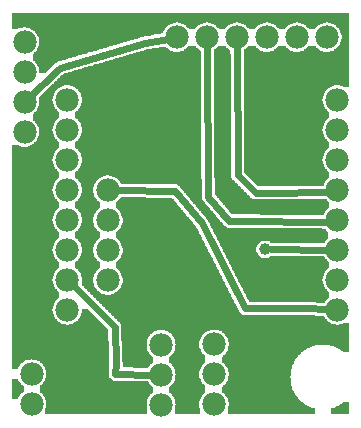
<source format=gbl>
G04 MADE WITH FRITZING*
G04 WWW.FRITZING.ORG*
G04 DOUBLE SIDED*
G04 HOLES PLATED*
G04 CONTOUR ON CENTER OF CONTOUR VECTOR*
%ASAXBY*%
%FSLAX23Y23*%
%MOIN*%
%OFA0B0*%
%SFA1.0B1.0*%
%ADD10C,0.075000*%
%ADD11C,0.078000*%
%ADD12C,0.077778*%
%ADD13C,0.039370*%
%ADD14C,0.024000*%
%LNCOPPER0*%
G90*
G70*
G54D10*
X183Y1285D03*
X390Y1168D03*
G54D11*
X1094Y1298D03*
X994Y1298D03*
X894Y1298D03*
X794Y1298D03*
X694Y1298D03*
X594Y1298D03*
X364Y488D03*
X364Y588D03*
X364Y688D03*
X364Y788D03*
X110Y75D03*
X110Y175D03*
X718Y74D03*
X718Y174D03*
X718Y274D03*
X86Y982D03*
X86Y1082D03*
X86Y1182D03*
X86Y1282D03*
X541Y73D03*
X541Y173D03*
X541Y273D03*
G54D12*
X1129Y1089D03*
X1129Y989D03*
X1129Y889D03*
X1129Y789D03*
X1129Y689D03*
X1129Y589D03*
X1129Y489D03*
X1129Y389D03*
X229Y389D03*
X229Y489D03*
X229Y589D03*
X229Y689D03*
X229Y789D03*
X229Y889D03*
X229Y989D03*
X229Y1089D03*
X1129Y1089D03*
X1129Y989D03*
X1129Y889D03*
X1129Y789D03*
X1129Y689D03*
X1129Y589D03*
X1129Y489D03*
X1129Y389D03*
X229Y389D03*
X229Y489D03*
X229Y589D03*
X229Y689D03*
X229Y789D03*
X229Y889D03*
X229Y989D03*
X229Y1089D03*
G54D13*
X888Y591D03*
G54D14*
X387Y332D02*
X250Y468D01*
D02*
X390Y211D02*
X387Y332D01*
D02*
X389Y175D02*
X390Y211D01*
D02*
X511Y173D02*
X389Y175D01*
D02*
X821Y394D02*
X678Y677D01*
D02*
X678Y677D02*
X587Y785D01*
D02*
X1018Y394D02*
X821Y394D01*
D02*
X587Y785D02*
X394Y787D01*
D02*
X1100Y390D02*
X1018Y394D01*
D02*
X699Y766D02*
X768Y685D01*
D02*
X768Y685D02*
X1123Y682D01*
D02*
X694Y1267D02*
X699Y766D01*
D02*
X1123Y682D02*
X1110Y667D01*
D02*
X797Y837D02*
X856Y778D01*
D02*
X856Y778D02*
X1130Y782D01*
D02*
X794Y1267D02*
X797Y837D01*
D02*
X1130Y782D02*
X1132Y760D01*
D02*
X487Y1278D02*
X204Y1195D01*
D02*
X204Y1195D02*
X91Y1087D01*
D02*
X564Y1292D02*
X487Y1278D01*
D02*
X91Y1087D02*
X106Y1104D01*
D02*
X907Y590D02*
X1100Y589D01*
G36*
X733Y1269D02*
X733Y1267D01*
X731Y1267D01*
X731Y1265D01*
X729Y1265D01*
X729Y1263D01*
X727Y1263D01*
X727Y1261D01*
X725Y1261D01*
X725Y1259D01*
X723Y1259D01*
X723Y1257D01*
X719Y1257D01*
X719Y1255D01*
X717Y1255D01*
X717Y1043D01*
X719Y1043D01*
X719Y827D01*
X721Y827D01*
X721Y773D01*
X723Y773D01*
X723Y771D01*
X725Y771D01*
X725Y767D01*
X727Y767D01*
X727Y765D01*
X729Y765D01*
X729Y763D01*
X731Y763D01*
X731Y761D01*
X733Y761D01*
X733Y759D01*
X735Y759D01*
X735Y757D01*
X847Y757D01*
X847Y759D01*
X843Y759D01*
X843Y761D01*
X841Y761D01*
X841Y763D01*
X839Y763D01*
X839Y765D01*
X837Y765D01*
X837Y767D01*
X835Y767D01*
X835Y769D01*
X833Y769D01*
X833Y771D01*
X831Y771D01*
X831Y773D01*
X829Y773D01*
X829Y775D01*
X827Y775D01*
X827Y777D01*
X825Y777D01*
X825Y779D01*
X823Y779D01*
X823Y781D01*
X821Y781D01*
X821Y783D01*
X819Y783D01*
X819Y785D01*
X817Y785D01*
X817Y787D01*
X815Y787D01*
X815Y789D01*
X813Y789D01*
X813Y791D01*
X811Y791D01*
X811Y793D01*
X809Y793D01*
X809Y795D01*
X807Y795D01*
X807Y797D01*
X805Y797D01*
X805Y799D01*
X803Y799D01*
X803Y801D01*
X801Y801D01*
X801Y803D01*
X799Y803D01*
X799Y805D01*
X797Y805D01*
X797Y807D01*
X795Y807D01*
X795Y809D01*
X793Y809D01*
X793Y811D01*
X791Y811D01*
X791Y813D01*
X789Y813D01*
X789Y815D01*
X787Y815D01*
X787Y817D01*
X785Y817D01*
X785Y819D01*
X783Y819D01*
X783Y821D01*
X781Y821D01*
X781Y823D01*
X779Y823D01*
X779Y825D01*
X777Y825D01*
X777Y829D01*
X775Y829D01*
X775Y949D01*
X773Y949D01*
X773Y1243D01*
X771Y1243D01*
X771Y1255D01*
X767Y1255D01*
X767Y1257D01*
X765Y1257D01*
X765Y1259D01*
X763Y1259D01*
X763Y1261D01*
X759Y1261D01*
X759Y1263D01*
X757Y1263D01*
X757Y1267D01*
X755Y1267D01*
X755Y1269D01*
X733Y1269D01*
G37*
D02*
G36*
X1011Y759D02*
X1011Y757D01*
X1091Y757D01*
X1091Y759D01*
X1011Y759D01*
G37*
D02*
G36*
X735Y757D02*
X735Y755D01*
X1093Y755D01*
X1093Y757D01*
X735Y757D01*
G37*
D02*
G36*
X735Y757D02*
X735Y755D01*
X1093Y755D01*
X1093Y757D01*
X735Y757D01*
G37*
D02*
G36*
X737Y755D02*
X737Y753D01*
X739Y753D01*
X739Y751D01*
X741Y751D01*
X741Y749D01*
X743Y749D01*
X743Y747D01*
X745Y747D01*
X745Y745D01*
X747Y745D01*
X747Y741D01*
X749Y741D01*
X749Y739D01*
X751Y739D01*
X751Y737D01*
X753Y737D01*
X753Y735D01*
X755Y735D01*
X755Y733D01*
X757Y733D01*
X757Y731D01*
X759Y731D01*
X759Y727D01*
X761Y727D01*
X761Y725D01*
X763Y725D01*
X763Y723D01*
X765Y723D01*
X765Y721D01*
X767Y721D01*
X767Y719D01*
X769Y719D01*
X769Y715D01*
X771Y715D01*
X771Y713D01*
X773Y713D01*
X773Y711D01*
X775Y711D01*
X775Y709D01*
X777Y709D01*
X777Y707D01*
X871Y707D01*
X871Y705D01*
X1083Y705D01*
X1083Y709D01*
X1085Y709D01*
X1085Y713D01*
X1087Y713D01*
X1087Y715D01*
X1089Y715D01*
X1089Y719D01*
X1091Y719D01*
X1091Y721D01*
X1093Y721D01*
X1093Y723D01*
X1095Y723D01*
X1095Y725D01*
X1097Y725D01*
X1097Y727D01*
X1099Y727D01*
X1099Y729D01*
X1101Y729D01*
X1101Y749D01*
X1099Y749D01*
X1099Y751D01*
X1097Y751D01*
X1097Y753D01*
X1095Y753D01*
X1095Y755D01*
X737Y755D01*
G37*
D02*
G36*
X45Y1377D02*
X45Y1347D01*
X1097Y1347D01*
X1097Y1345D01*
X1107Y1345D01*
X1107Y1343D01*
X1113Y1343D01*
X1113Y1341D01*
X1117Y1341D01*
X1117Y1339D01*
X1121Y1339D01*
X1121Y1337D01*
X1123Y1337D01*
X1123Y1335D01*
X1125Y1335D01*
X1125Y1333D01*
X1129Y1333D01*
X1129Y1329D01*
X1131Y1329D01*
X1131Y1327D01*
X1133Y1327D01*
X1133Y1325D01*
X1135Y1325D01*
X1135Y1321D01*
X1137Y1321D01*
X1137Y1317D01*
X1139Y1317D01*
X1139Y1313D01*
X1141Y1313D01*
X1141Y1305D01*
X1143Y1305D01*
X1143Y1291D01*
X1141Y1291D01*
X1141Y1283D01*
X1139Y1283D01*
X1139Y1277D01*
X1137Y1277D01*
X1137Y1273D01*
X1135Y1273D01*
X1135Y1269D01*
X1133Y1269D01*
X1133Y1267D01*
X1131Y1267D01*
X1131Y1265D01*
X1129Y1265D01*
X1129Y1263D01*
X1127Y1263D01*
X1127Y1261D01*
X1125Y1261D01*
X1125Y1259D01*
X1123Y1259D01*
X1123Y1257D01*
X1119Y1257D01*
X1119Y1255D01*
X1117Y1255D01*
X1117Y1253D01*
X1113Y1253D01*
X1113Y1251D01*
X1105Y1251D01*
X1105Y1249D01*
X1169Y1249D01*
X1169Y1377D01*
X45Y1377D01*
G37*
D02*
G36*
X45Y1347D02*
X45Y1331D01*
X91Y1331D01*
X91Y1329D01*
X99Y1329D01*
X99Y1327D01*
X105Y1327D01*
X105Y1325D01*
X109Y1325D01*
X109Y1323D01*
X113Y1323D01*
X113Y1321D01*
X115Y1321D01*
X115Y1319D01*
X117Y1319D01*
X117Y1317D01*
X121Y1317D01*
X121Y1313D01*
X123Y1313D01*
X123Y1311D01*
X125Y1311D01*
X125Y1309D01*
X127Y1309D01*
X127Y1305D01*
X129Y1305D01*
X129Y1301D01*
X131Y1301D01*
X131Y1297D01*
X133Y1297D01*
X133Y1289D01*
X135Y1289D01*
X135Y1273D01*
X133Y1273D01*
X133Y1267D01*
X131Y1267D01*
X131Y1261D01*
X129Y1261D01*
X129Y1257D01*
X127Y1257D01*
X127Y1253D01*
X125Y1253D01*
X125Y1251D01*
X123Y1251D01*
X123Y1249D01*
X121Y1249D01*
X121Y1247D01*
X119Y1247D01*
X119Y1245D01*
X117Y1245D01*
X117Y1243D01*
X115Y1243D01*
X115Y1241D01*
X113Y1241D01*
X113Y1221D01*
X115Y1221D01*
X115Y1219D01*
X117Y1219D01*
X117Y1217D01*
X121Y1217D01*
X121Y1213D01*
X123Y1213D01*
X123Y1211D01*
X125Y1211D01*
X125Y1209D01*
X127Y1209D01*
X127Y1205D01*
X129Y1205D01*
X129Y1201D01*
X131Y1201D01*
X131Y1197D01*
X133Y1197D01*
X133Y1189D01*
X135Y1189D01*
X135Y1177D01*
X155Y1177D01*
X155Y1179D01*
X157Y1179D01*
X157Y1181D01*
X159Y1181D01*
X159Y1183D01*
X161Y1183D01*
X161Y1185D01*
X163Y1185D01*
X163Y1187D01*
X165Y1187D01*
X165Y1189D01*
X167Y1189D01*
X167Y1191D01*
X169Y1191D01*
X169Y1193D01*
X171Y1193D01*
X171Y1195D01*
X173Y1195D01*
X173Y1197D01*
X175Y1197D01*
X175Y1199D01*
X177Y1199D01*
X177Y1201D01*
X179Y1201D01*
X179Y1203D01*
X181Y1203D01*
X181Y1205D01*
X183Y1205D01*
X183Y1207D01*
X185Y1207D01*
X185Y1209D01*
X187Y1209D01*
X187Y1211D01*
X191Y1211D01*
X191Y1213D01*
X193Y1213D01*
X193Y1215D01*
X197Y1215D01*
X197Y1217D01*
X205Y1217D01*
X205Y1219D01*
X211Y1219D01*
X211Y1221D01*
X217Y1221D01*
X217Y1223D01*
X225Y1223D01*
X225Y1225D01*
X231Y1225D01*
X231Y1227D01*
X239Y1227D01*
X239Y1229D01*
X245Y1229D01*
X245Y1231D01*
X251Y1231D01*
X251Y1233D01*
X259Y1233D01*
X259Y1235D01*
X265Y1235D01*
X265Y1237D01*
X273Y1237D01*
X273Y1239D01*
X279Y1239D01*
X279Y1241D01*
X287Y1241D01*
X287Y1243D01*
X293Y1243D01*
X293Y1245D01*
X299Y1245D01*
X299Y1247D01*
X307Y1247D01*
X307Y1249D01*
X313Y1249D01*
X313Y1251D01*
X321Y1251D01*
X321Y1253D01*
X327Y1253D01*
X327Y1255D01*
X333Y1255D01*
X333Y1257D01*
X341Y1257D01*
X341Y1259D01*
X347Y1259D01*
X347Y1261D01*
X355Y1261D01*
X355Y1263D01*
X361Y1263D01*
X361Y1265D01*
X369Y1265D01*
X369Y1267D01*
X375Y1267D01*
X375Y1269D01*
X381Y1269D01*
X381Y1271D01*
X389Y1271D01*
X389Y1273D01*
X395Y1273D01*
X395Y1275D01*
X403Y1275D01*
X403Y1277D01*
X409Y1277D01*
X409Y1279D01*
X415Y1279D01*
X415Y1281D01*
X423Y1281D01*
X423Y1283D01*
X429Y1283D01*
X429Y1285D01*
X437Y1285D01*
X437Y1287D01*
X443Y1287D01*
X443Y1289D01*
X451Y1289D01*
X451Y1291D01*
X457Y1291D01*
X457Y1293D01*
X463Y1293D01*
X463Y1295D01*
X471Y1295D01*
X471Y1297D01*
X477Y1297D01*
X477Y1299D01*
X485Y1299D01*
X485Y1301D01*
X497Y1301D01*
X497Y1303D01*
X507Y1303D01*
X507Y1305D01*
X519Y1305D01*
X519Y1307D01*
X529Y1307D01*
X529Y1309D01*
X541Y1309D01*
X541Y1311D01*
X547Y1311D01*
X547Y1315D01*
X549Y1315D01*
X549Y1319D01*
X551Y1319D01*
X551Y1323D01*
X553Y1323D01*
X553Y1325D01*
X555Y1325D01*
X555Y1329D01*
X557Y1329D01*
X557Y1331D01*
X559Y1331D01*
X559Y1333D01*
X561Y1333D01*
X561Y1335D01*
X565Y1335D01*
X565Y1337D01*
X567Y1337D01*
X567Y1339D01*
X571Y1339D01*
X571Y1341D01*
X573Y1341D01*
X573Y1343D01*
X581Y1343D01*
X581Y1345D01*
X591Y1345D01*
X591Y1347D01*
X45Y1347D01*
G37*
D02*
G36*
X597Y1347D02*
X597Y1345D01*
X607Y1345D01*
X607Y1343D01*
X613Y1343D01*
X613Y1341D01*
X617Y1341D01*
X617Y1339D01*
X621Y1339D01*
X621Y1337D01*
X623Y1337D01*
X623Y1335D01*
X625Y1335D01*
X625Y1333D01*
X629Y1333D01*
X629Y1329D01*
X631Y1329D01*
X631Y1327D01*
X633Y1327D01*
X633Y1325D01*
X655Y1325D01*
X655Y1329D01*
X657Y1329D01*
X657Y1331D01*
X659Y1331D01*
X659Y1333D01*
X661Y1333D01*
X661Y1335D01*
X665Y1335D01*
X665Y1337D01*
X667Y1337D01*
X667Y1339D01*
X671Y1339D01*
X671Y1341D01*
X673Y1341D01*
X673Y1343D01*
X681Y1343D01*
X681Y1345D01*
X691Y1345D01*
X691Y1347D01*
X597Y1347D01*
G37*
D02*
G36*
X697Y1347D02*
X697Y1345D01*
X707Y1345D01*
X707Y1343D01*
X713Y1343D01*
X713Y1341D01*
X717Y1341D01*
X717Y1339D01*
X721Y1339D01*
X721Y1337D01*
X723Y1337D01*
X723Y1335D01*
X725Y1335D01*
X725Y1333D01*
X729Y1333D01*
X729Y1329D01*
X731Y1329D01*
X731Y1327D01*
X733Y1327D01*
X733Y1325D01*
X755Y1325D01*
X755Y1329D01*
X757Y1329D01*
X757Y1331D01*
X759Y1331D01*
X759Y1333D01*
X761Y1333D01*
X761Y1335D01*
X765Y1335D01*
X765Y1337D01*
X767Y1337D01*
X767Y1339D01*
X771Y1339D01*
X771Y1341D01*
X773Y1341D01*
X773Y1343D01*
X781Y1343D01*
X781Y1345D01*
X791Y1345D01*
X791Y1347D01*
X697Y1347D01*
G37*
D02*
G36*
X797Y1347D02*
X797Y1345D01*
X807Y1345D01*
X807Y1343D01*
X813Y1343D01*
X813Y1341D01*
X817Y1341D01*
X817Y1339D01*
X821Y1339D01*
X821Y1337D01*
X823Y1337D01*
X823Y1335D01*
X825Y1335D01*
X825Y1333D01*
X829Y1333D01*
X829Y1329D01*
X831Y1329D01*
X831Y1327D01*
X833Y1327D01*
X833Y1325D01*
X855Y1325D01*
X855Y1329D01*
X857Y1329D01*
X857Y1331D01*
X859Y1331D01*
X859Y1333D01*
X861Y1333D01*
X861Y1335D01*
X865Y1335D01*
X865Y1337D01*
X867Y1337D01*
X867Y1339D01*
X871Y1339D01*
X871Y1341D01*
X873Y1341D01*
X873Y1343D01*
X881Y1343D01*
X881Y1345D01*
X891Y1345D01*
X891Y1347D01*
X797Y1347D01*
G37*
D02*
G36*
X897Y1347D02*
X897Y1345D01*
X907Y1345D01*
X907Y1343D01*
X913Y1343D01*
X913Y1341D01*
X917Y1341D01*
X917Y1339D01*
X921Y1339D01*
X921Y1337D01*
X923Y1337D01*
X923Y1335D01*
X925Y1335D01*
X925Y1333D01*
X929Y1333D01*
X929Y1329D01*
X931Y1329D01*
X931Y1327D01*
X933Y1327D01*
X933Y1325D01*
X955Y1325D01*
X955Y1329D01*
X957Y1329D01*
X957Y1331D01*
X959Y1331D01*
X959Y1333D01*
X961Y1333D01*
X961Y1335D01*
X965Y1335D01*
X965Y1337D01*
X967Y1337D01*
X967Y1339D01*
X971Y1339D01*
X971Y1341D01*
X973Y1341D01*
X973Y1343D01*
X981Y1343D01*
X981Y1345D01*
X991Y1345D01*
X991Y1347D01*
X897Y1347D01*
G37*
D02*
G36*
X997Y1347D02*
X997Y1345D01*
X1007Y1345D01*
X1007Y1343D01*
X1013Y1343D01*
X1013Y1341D01*
X1017Y1341D01*
X1017Y1339D01*
X1021Y1339D01*
X1021Y1337D01*
X1023Y1337D01*
X1023Y1335D01*
X1025Y1335D01*
X1025Y1333D01*
X1029Y1333D01*
X1029Y1329D01*
X1031Y1329D01*
X1031Y1327D01*
X1033Y1327D01*
X1033Y1325D01*
X1055Y1325D01*
X1055Y1329D01*
X1057Y1329D01*
X1057Y1331D01*
X1059Y1331D01*
X1059Y1333D01*
X1061Y1333D01*
X1061Y1335D01*
X1065Y1335D01*
X1065Y1337D01*
X1067Y1337D01*
X1067Y1339D01*
X1071Y1339D01*
X1071Y1341D01*
X1073Y1341D01*
X1073Y1343D01*
X1081Y1343D01*
X1081Y1345D01*
X1091Y1345D01*
X1091Y1347D01*
X997Y1347D01*
G37*
D02*
G36*
X45Y1331D02*
X45Y1325D01*
X65Y1325D01*
X65Y1327D01*
X71Y1327D01*
X71Y1329D01*
X81Y1329D01*
X81Y1331D01*
X45Y1331D01*
G37*
D02*
G36*
X833Y1269D02*
X833Y1267D01*
X831Y1267D01*
X831Y1265D01*
X829Y1265D01*
X829Y1263D01*
X827Y1263D01*
X827Y1261D01*
X825Y1261D01*
X825Y1259D01*
X823Y1259D01*
X823Y1257D01*
X819Y1257D01*
X819Y1255D01*
X817Y1255D01*
X817Y1249D01*
X881Y1249D01*
X881Y1251D01*
X875Y1251D01*
X875Y1253D01*
X871Y1253D01*
X871Y1255D01*
X867Y1255D01*
X867Y1257D01*
X865Y1257D01*
X865Y1259D01*
X863Y1259D01*
X863Y1261D01*
X859Y1261D01*
X859Y1263D01*
X857Y1263D01*
X857Y1267D01*
X855Y1267D01*
X855Y1269D01*
X833Y1269D01*
G37*
D02*
G36*
X933Y1269D02*
X933Y1267D01*
X931Y1267D01*
X931Y1265D01*
X929Y1265D01*
X929Y1263D01*
X927Y1263D01*
X927Y1261D01*
X925Y1261D01*
X925Y1259D01*
X923Y1259D01*
X923Y1257D01*
X919Y1257D01*
X919Y1255D01*
X917Y1255D01*
X917Y1253D01*
X913Y1253D01*
X913Y1251D01*
X905Y1251D01*
X905Y1249D01*
X981Y1249D01*
X981Y1251D01*
X975Y1251D01*
X975Y1253D01*
X971Y1253D01*
X971Y1255D01*
X967Y1255D01*
X967Y1257D01*
X965Y1257D01*
X965Y1259D01*
X963Y1259D01*
X963Y1261D01*
X959Y1261D01*
X959Y1263D01*
X957Y1263D01*
X957Y1267D01*
X955Y1267D01*
X955Y1269D01*
X933Y1269D01*
G37*
D02*
G36*
X1033Y1269D02*
X1033Y1267D01*
X1031Y1267D01*
X1031Y1265D01*
X1029Y1265D01*
X1029Y1263D01*
X1027Y1263D01*
X1027Y1261D01*
X1025Y1261D01*
X1025Y1259D01*
X1023Y1259D01*
X1023Y1257D01*
X1019Y1257D01*
X1019Y1255D01*
X1017Y1255D01*
X1017Y1253D01*
X1013Y1253D01*
X1013Y1251D01*
X1005Y1251D01*
X1005Y1249D01*
X1081Y1249D01*
X1081Y1251D01*
X1075Y1251D01*
X1075Y1253D01*
X1071Y1253D01*
X1071Y1255D01*
X1067Y1255D01*
X1067Y1257D01*
X1065Y1257D01*
X1065Y1259D01*
X1063Y1259D01*
X1063Y1261D01*
X1059Y1261D01*
X1059Y1263D01*
X1057Y1263D01*
X1057Y1267D01*
X1055Y1267D01*
X1055Y1269D01*
X1033Y1269D01*
G37*
D02*
G36*
X817Y1249D02*
X817Y1247D01*
X1169Y1247D01*
X1169Y1249D01*
X817Y1249D01*
G37*
D02*
G36*
X817Y1249D02*
X817Y1247D01*
X1169Y1247D01*
X1169Y1249D01*
X817Y1249D01*
G37*
D02*
G36*
X817Y1249D02*
X817Y1247D01*
X1169Y1247D01*
X1169Y1249D01*
X817Y1249D01*
G37*
D02*
G36*
X817Y1249D02*
X817Y1247D01*
X1169Y1247D01*
X1169Y1249D01*
X817Y1249D01*
G37*
D02*
G36*
X817Y1247D02*
X817Y1137D01*
X1139Y1137D01*
X1139Y1135D01*
X1147Y1135D01*
X1147Y1133D01*
X1169Y1133D01*
X1169Y1247D01*
X817Y1247D01*
G37*
D02*
G36*
X817Y1137D02*
X817Y951D01*
X819Y951D01*
X819Y845D01*
X821Y845D01*
X821Y843D01*
X823Y843D01*
X823Y841D01*
X825Y841D01*
X825Y839D01*
X827Y839D01*
X827Y837D01*
X829Y837D01*
X829Y835D01*
X831Y835D01*
X831Y833D01*
X833Y833D01*
X833Y831D01*
X835Y831D01*
X835Y829D01*
X837Y829D01*
X837Y827D01*
X839Y827D01*
X839Y825D01*
X841Y825D01*
X841Y823D01*
X843Y823D01*
X843Y821D01*
X845Y821D01*
X845Y819D01*
X847Y819D01*
X847Y817D01*
X849Y817D01*
X849Y815D01*
X851Y815D01*
X851Y813D01*
X853Y813D01*
X853Y811D01*
X855Y811D01*
X855Y809D01*
X857Y809D01*
X857Y807D01*
X859Y807D01*
X859Y805D01*
X861Y805D01*
X861Y803D01*
X863Y803D01*
X863Y801D01*
X1009Y801D01*
X1009Y803D01*
X1083Y803D01*
X1083Y809D01*
X1085Y809D01*
X1085Y813D01*
X1087Y813D01*
X1087Y815D01*
X1089Y815D01*
X1089Y819D01*
X1091Y819D01*
X1091Y821D01*
X1093Y821D01*
X1093Y823D01*
X1095Y823D01*
X1095Y825D01*
X1097Y825D01*
X1097Y827D01*
X1099Y827D01*
X1099Y829D01*
X1101Y829D01*
X1101Y849D01*
X1099Y849D01*
X1099Y851D01*
X1097Y851D01*
X1097Y853D01*
X1095Y853D01*
X1095Y855D01*
X1093Y855D01*
X1093Y857D01*
X1091Y857D01*
X1091Y859D01*
X1089Y859D01*
X1089Y861D01*
X1087Y861D01*
X1087Y865D01*
X1085Y865D01*
X1085Y869D01*
X1083Y869D01*
X1083Y875D01*
X1081Y875D01*
X1081Y885D01*
X1079Y885D01*
X1079Y893D01*
X1081Y893D01*
X1081Y903D01*
X1083Y903D01*
X1083Y909D01*
X1085Y909D01*
X1085Y913D01*
X1087Y913D01*
X1087Y915D01*
X1089Y915D01*
X1089Y919D01*
X1091Y919D01*
X1091Y921D01*
X1093Y921D01*
X1093Y923D01*
X1095Y923D01*
X1095Y925D01*
X1097Y925D01*
X1097Y927D01*
X1099Y927D01*
X1099Y929D01*
X1101Y929D01*
X1101Y949D01*
X1099Y949D01*
X1099Y951D01*
X1097Y951D01*
X1097Y953D01*
X1095Y953D01*
X1095Y955D01*
X1093Y955D01*
X1093Y957D01*
X1091Y957D01*
X1091Y959D01*
X1089Y959D01*
X1089Y961D01*
X1087Y961D01*
X1087Y965D01*
X1085Y965D01*
X1085Y969D01*
X1083Y969D01*
X1083Y975D01*
X1081Y975D01*
X1081Y985D01*
X1079Y985D01*
X1079Y993D01*
X1081Y993D01*
X1081Y1003D01*
X1083Y1003D01*
X1083Y1009D01*
X1085Y1009D01*
X1085Y1013D01*
X1087Y1013D01*
X1087Y1015D01*
X1089Y1015D01*
X1089Y1019D01*
X1091Y1019D01*
X1091Y1021D01*
X1093Y1021D01*
X1093Y1023D01*
X1095Y1023D01*
X1095Y1025D01*
X1097Y1025D01*
X1097Y1027D01*
X1099Y1027D01*
X1099Y1029D01*
X1101Y1029D01*
X1101Y1049D01*
X1099Y1049D01*
X1099Y1051D01*
X1097Y1051D01*
X1097Y1053D01*
X1095Y1053D01*
X1095Y1055D01*
X1093Y1055D01*
X1093Y1057D01*
X1091Y1057D01*
X1091Y1059D01*
X1089Y1059D01*
X1089Y1061D01*
X1087Y1061D01*
X1087Y1065D01*
X1085Y1065D01*
X1085Y1069D01*
X1083Y1069D01*
X1083Y1075D01*
X1081Y1075D01*
X1081Y1085D01*
X1079Y1085D01*
X1079Y1093D01*
X1081Y1093D01*
X1081Y1103D01*
X1083Y1103D01*
X1083Y1109D01*
X1085Y1109D01*
X1085Y1113D01*
X1087Y1113D01*
X1087Y1115D01*
X1089Y1115D01*
X1089Y1119D01*
X1091Y1119D01*
X1091Y1121D01*
X1093Y1121D01*
X1093Y1123D01*
X1095Y1123D01*
X1095Y1125D01*
X1097Y1125D01*
X1097Y1127D01*
X1099Y1127D01*
X1099Y1129D01*
X1103Y1129D01*
X1103Y1131D01*
X1107Y1131D01*
X1107Y1133D01*
X1111Y1133D01*
X1111Y1135D01*
X1117Y1135D01*
X1117Y1137D01*
X817Y1137D01*
G37*
D02*
G36*
X633Y1269D02*
X633Y1267D01*
X631Y1267D01*
X631Y1265D01*
X629Y1265D01*
X629Y1263D01*
X627Y1263D01*
X627Y1261D01*
X625Y1261D01*
X625Y1259D01*
X623Y1259D01*
X623Y1257D01*
X619Y1257D01*
X619Y1255D01*
X617Y1255D01*
X617Y1253D01*
X613Y1253D01*
X613Y1251D01*
X605Y1251D01*
X605Y1249D01*
X673Y1249D01*
X673Y1253D01*
X671Y1253D01*
X671Y1255D01*
X667Y1255D01*
X667Y1257D01*
X665Y1257D01*
X665Y1259D01*
X663Y1259D01*
X663Y1261D01*
X659Y1261D01*
X659Y1263D01*
X657Y1263D01*
X657Y1267D01*
X655Y1267D01*
X655Y1269D01*
X633Y1269D01*
G37*
D02*
G36*
X533Y1265D02*
X533Y1263D01*
X523Y1263D01*
X523Y1261D01*
X511Y1261D01*
X511Y1259D01*
X501Y1259D01*
X501Y1257D01*
X491Y1257D01*
X491Y1255D01*
X483Y1255D01*
X483Y1253D01*
X477Y1253D01*
X477Y1251D01*
X471Y1251D01*
X471Y1249D01*
X581Y1249D01*
X581Y1251D01*
X575Y1251D01*
X575Y1253D01*
X571Y1253D01*
X571Y1255D01*
X567Y1255D01*
X567Y1257D01*
X565Y1257D01*
X565Y1259D01*
X563Y1259D01*
X563Y1261D01*
X559Y1261D01*
X559Y1263D01*
X557Y1263D01*
X557Y1265D01*
X533Y1265D01*
G37*
D02*
G36*
X463Y1249D02*
X463Y1247D01*
X673Y1247D01*
X673Y1249D01*
X463Y1249D01*
G37*
D02*
G36*
X463Y1249D02*
X463Y1247D01*
X673Y1247D01*
X673Y1249D01*
X463Y1249D01*
G37*
D02*
G36*
X457Y1247D02*
X457Y1245D01*
X449Y1245D01*
X449Y1243D01*
X443Y1243D01*
X443Y1241D01*
X435Y1241D01*
X435Y1239D01*
X429Y1239D01*
X429Y1237D01*
X423Y1237D01*
X423Y1235D01*
X415Y1235D01*
X415Y1233D01*
X409Y1233D01*
X409Y1231D01*
X401Y1231D01*
X401Y1229D01*
X395Y1229D01*
X395Y1227D01*
X389Y1227D01*
X389Y1225D01*
X381Y1225D01*
X381Y1223D01*
X375Y1223D01*
X375Y1221D01*
X367Y1221D01*
X367Y1219D01*
X361Y1219D01*
X361Y1217D01*
X353Y1217D01*
X353Y1215D01*
X347Y1215D01*
X347Y1213D01*
X341Y1213D01*
X341Y1211D01*
X333Y1211D01*
X333Y1209D01*
X327Y1209D01*
X327Y1207D01*
X319Y1207D01*
X319Y1205D01*
X313Y1205D01*
X313Y1203D01*
X307Y1203D01*
X307Y1201D01*
X299Y1201D01*
X299Y1199D01*
X293Y1199D01*
X293Y1197D01*
X285Y1197D01*
X285Y1195D01*
X279Y1195D01*
X279Y1193D01*
X271Y1193D01*
X271Y1191D01*
X265Y1191D01*
X265Y1189D01*
X259Y1189D01*
X259Y1187D01*
X251Y1187D01*
X251Y1185D01*
X245Y1185D01*
X245Y1183D01*
X237Y1183D01*
X237Y1181D01*
X231Y1181D01*
X231Y1179D01*
X225Y1179D01*
X225Y1177D01*
X217Y1177D01*
X217Y1175D01*
X213Y1175D01*
X213Y1173D01*
X211Y1173D01*
X211Y1171D01*
X209Y1171D01*
X209Y1169D01*
X207Y1169D01*
X207Y1167D01*
X205Y1167D01*
X205Y1165D01*
X203Y1165D01*
X203Y1163D01*
X201Y1163D01*
X201Y1161D01*
X199Y1161D01*
X199Y1159D01*
X197Y1159D01*
X197Y1157D01*
X195Y1157D01*
X195Y1155D01*
X193Y1155D01*
X193Y1153D01*
X191Y1153D01*
X191Y1151D01*
X189Y1151D01*
X189Y1149D01*
X187Y1149D01*
X187Y1147D01*
X185Y1147D01*
X185Y1145D01*
X183Y1145D01*
X183Y1143D01*
X181Y1143D01*
X181Y1141D01*
X179Y1141D01*
X179Y1139D01*
X177Y1139D01*
X177Y1137D01*
X239Y1137D01*
X239Y1135D01*
X247Y1135D01*
X247Y1133D01*
X251Y1133D01*
X251Y1131D01*
X255Y1131D01*
X255Y1129D01*
X257Y1129D01*
X257Y1127D01*
X259Y1127D01*
X259Y1125D01*
X263Y1125D01*
X263Y1123D01*
X265Y1123D01*
X265Y1119D01*
X267Y1119D01*
X267Y1117D01*
X269Y1117D01*
X269Y1115D01*
X271Y1115D01*
X271Y1111D01*
X273Y1111D01*
X273Y1107D01*
X275Y1107D01*
X275Y1099D01*
X277Y1099D01*
X277Y1077D01*
X275Y1077D01*
X275Y1071D01*
X273Y1071D01*
X273Y1067D01*
X271Y1067D01*
X271Y1063D01*
X269Y1063D01*
X269Y1061D01*
X267Y1061D01*
X267Y1057D01*
X265Y1057D01*
X265Y1055D01*
X263Y1055D01*
X263Y1053D01*
X261Y1053D01*
X261Y1051D01*
X259Y1051D01*
X259Y1049D01*
X255Y1049D01*
X255Y1029D01*
X257Y1029D01*
X257Y1027D01*
X259Y1027D01*
X259Y1025D01*
X263Y1025D01*
X263Y1023D01*
X265Y1023D01*
X265Y1019D01*
X267Y1019D01*
X267Y1017D01*
X269Y1017D01*
X269Y1015D01*
X271Y1015D01*
X271Y1011D01*
X273Y1011D01*
X273Y1007D01*
X275Y1007D01*
X275Y999D01*
X277Y999D01*
X277Y977D01*
X275Y977D01*
X275Y971D01*
X273Y971D01*
X273Y967D01*
X271Y967D01*
X271Y963D01*
X269Y963D01*
X269Y961D01*
X267Y961D01*
X267Y957D01*
X265Y957D01*
X265Y955D01*
X263Y955D01*
X263Y953D01*
X261Y953D01*
X261Y951D01*
X259Y951D01*
X259Y949D01*
X255Y949D01*
X255Y929D01*
X257Y929D01*
X257Y927D01*
X259Y927D01*
X259Y925D01*
X263Y925D01*
X263Y923D01*
X265Y923D01*
X265Y919D01*
X267Y919D01*
X267Y917D01*
X269Y917D01*
X269Y915D01*
X271Y915D01*
X271Y911D01*
X273Y911D01*
X273Y907D01*
X275Y907D01*
X275Y899D01*
X277Y899D01*
X277Y877D01*
X275Y877D01*
X275Y871D01*
X273Y871D01*
X273Y867D01*
X271Y867D01*
X271Y863D01*
X269Y863D01*
X269Y861D01*
X267Y861D01*
X267Y857D01*
X265Y857D01*
X265Y855D01*
X263Y855D01*
X263Y853D01*
X261Y853D01*
X261Y851D01*
X259Y851D01*
X259Y849D01*
X255Y849D01*
X255Y837D01*
X369Y837D01*
X369Y835D01*
X379Y835D01*
X379Y833D01*
X383Y833D01*
X383Y831D01*
X387Y831D01*
X387Y829D01*
X391Y829D01*
X391Y827D01*
X393Y827D01*
X393Y825D01*
X397Y825D01*
X397Y823D01*
X399Y823D01*
X399Y821D01*
X401Y821D01*
X401Y817D01*
X403Y817D01*
X403Y815D01*
X405Y815D01*
X405Y811D01*
X407Y811D01*
X407Y809D01*
X493Y809D01*
X493Y807D01*
X593Y807D01*
X593Y805D01*
X597Y805D01*
X597Y803D01*
X601Y803D01*
X601Y801D01*
X603Y801D01*
X603Y799D01*
X605Y799D01*
X605Y795D01*
X607Y795D01*
X607Y793D01*
X609Y793D01*
X609Y791D01*
X611Y791D01*
X611Y789D01*
X613Y789D01*
X613Y787D01*
X615Y787D01*
X615Y785D01*
X617Y785D01*
X617Y781D01*
X619Y781D01*
X619Y779D01*
X621Y779D01*
X621Y777D01*
X623Y777D01*
X623Y775D01*
X625Y775D01*
X625Y773D01*
X627Y773D01*
X627Y769D01*
X629Y769D01*
X629Y767D01*
X631Y767D01*
X631Y765D01*
X633Y765D01*
X633Y763D01*
X635Y763D01*
X635Y761D01*
X637Y761D01*
X637Y757D01*
X639Y757D01*
X639Y755D01*
X641Y755D01*
X641Y753D01*
X643Y753D01*
X643Y751D01*
X645Y751D01*
X645Y749D01*
X647Y749D01*
X647Y747D01*
X649Y747D01*
X649Y743D01*
X651Y743D01*
X651Y741D01*
X653Y741D01*
X653Y739D01*
X655Y739D01*
X655Y737D01*
X657Y737D01*
X657Y735D01*
X659Y735D01*
X659Y731D01*
X661Y731D01*
X661Y729D01*
X663Y729D01*
X663Y727D01*
X665Y727D01*
X665Y725D01*
X667Y725D01*
X667Y723D01*
X669Y723D01*
X669Y719D01*
X671Y719D01*
X671Y717D01*
X673Y717D01*
X673Y715D01*
X675Y715D01*
X675Y713D01*
X677Y713D01*
X677Y711D01*
X679Y711D01*
X679Y709D01*
X681Y709D01*
X681Y705D01*
X683Y705D01*
X683Y703D01*
X685Y703D01*
X685Y701D01*
X687Y701D01*
X687Y699D01*
X689Y699D01*
X689Y697D01*
X691Y697D01*
X691Y693D01*
X693Y693D01*
X693Y691D01*
X695Y691D01*
X695Y689D01*
X697Y689D01*
X697Y685D01*
X699Y685D01*
X699Y681D01*
X701Y681D01*
X701Y677D01*
X703Y677D01*
X703Y673D01*
X705Y673D01*
X705Y669D01*
X707Y669D01*
X707Y665D01*
X709Y665D01*
X709Y661D01*
X711Y661D01*
X711Y657D01*
X713Y657D01*
X713Y653D01*
X715Y653D01*
X715Y649D01*
X717Y649D01*
X717Y645D01*
X719Y645D01*
X719Y641D01*
X721Y641D01*
X721Y637D01*
X723Y637D01*
X723Y633D01*
X725Y633D01*
X725Y631D01*
X727Y631D01*
X727Y627D01*
X729Y627D01*
X729Y623D01*
X731Y623D01*
X731Y619D01*
X899Y619D01*
X899Y617D01*
X903Y617D01*
X903Y615D01*
X905Y615D01*
X905Y613D01*
X923Y613D01*
X923Y611D01*
X1085Y611D01*
X1085Y613D01*
X1087Y613D01*
X1087Y615D01*
X1089Y615D01*
X1089Y619D01*
X1091Y619D01*
X1091Y621D01*
X1093Y621D01*
X1093Y623D01*
X1095Y623D01*
X1095Y625D01*
X1097Y625D01*
X1097Y627D01*
X1099Y627D01*
X1099Y647D01*
X1097Y647D01*
X1097Y649D01*
X1095Y649D01*
X1095Y651D01*
X1093Y651D01*
X1093Y653D01*
X1091Y653D01*
X1091Y657D01*
X1089Y657D01*
X1089Y659D01*
X1077Y659D01*
X1077Y661D01*
X871Y661D01*
X871Y663D01*
X761Y663D01*
X761Y665D01*
X757Y665D01*
X757Y667D01*
X753Y667D01*
X753Y669D01*
X751Y669D01*
X751Y671D01*
X749Y671D01*
X749Y673D01*
X747Y673D01*
X747Y677D01*
X745Y677D01*
X745Y679D01*
X743Y679D01*
X743Y681D01*
X741Y681D01*
X741Y683D01*
X739Y683D01*
X739Y685D01*
X737Y685D01*
X737Y689D01*
X735Y689D01*
X735Y691D01*
X733Y691D01*
X733Y693D01*
X731Y693D01*
X731Y695D01*
X729Y695D01*
X729Y697D01*
X727Y697D01*
X727Y699D01*
X725Y699D01*
X725Y703D01*
X723Y703D01*
X723Y705D01*
X721Y705D01*
X721Y707D01*
X719Y707D01*
X719Y709D01*
X717Y709D01*
X717Y711D01*
X715Y711D01*
X715Y713D01*
X713Y713D01*
X713Y717D01*
X711Y717D01*
X711Y719D01*
X709Y719D01*
X709Y721D01*
X707Y721D01*
X707Y723D01*
X705Y723D01*
X705Y725D01*
X703Y725D01*
X703Y727D01*
X701Y727D01*
X701Y731D01*
X699Y731D01*
X699Y733D01*
X697Y733D01*
X697Y735D01*
X695Y735D01*
X695Y737D01*
X693Y737D01*
X693Y739D01*
X691Y739D01*
X691Y743D01*
X689Y743D01*
X689Y745D01*
X687Y745D01*
X687Y747D01*
X685Y747D01*
X685Y749D01*
X683Y749D01*
X683Y751D01*
X681Y751D01*
X681Y755D01*
X679Y755D01*
X679Y759D01*
X677Y759D01*
X677Y825D01*
X675Y825D01*
X675Y1043D01*
X673Y1043D01*
X673Y1247D01*
X457Y1247D01*
G37*
D02*
G36*
X175Y1137D02*
X175Y1135D01*
X171Y1135D01*
X171Y1133D01*
X169Y1133D01*
X169Y1131D01*
X167Y1131D01*
X167Y1129D01*
X165Y1129D01*
X165Y1127D01*
X163Y1127D01*
X163Y1125D01*
X161Y1125D01*
X161Y1123D01*
X159Y1123D01*
X159Y1121D01*
X157Y1121D01*
X157Y1119D01*
X155Y1119D01*
X155Y1117D01*
X153Y1117D01*
X153Y1115D01*
X151Y1115D01*
X151Y1113D01*
X149Y1113D01*
X149Y1111D01*
X147Y1111D01*
X147Y1109D01*
X145Y1109D01*
X145Y1107D01*
X143Y1107D01*
X143Y1105D01*
X141Y1105D01*
X141Y1103D01*
X139Y1103D01*
X139Y1101D01*
X137Y1101D01*
X137Y1099D01*
X135Y1099D01*
X135Y1073D01*
X133Y1073D01*
X133Y1067D01*
X131Y1067D01*
X131Y1061D01*
X129Y1061D01*
X129Y1057D01*
X127Y1057D01*
X127Y1053D01*
X125Y1053D01*
X125Y1051D01*
X123Y1051D01*
X123Y1049D01*
X121Y1049D01*
X121Y1047D01*
X119Y1047D01*
X119Y1045D01*
X117Y1045D01*
X117Y1043D01*
X115Y1043D01*
X115Y1041D01*
X113Y1041D01*
X113Y1021D01*
X115Y1021D01*
X115Y1019D01*
X117Y1019D01*
X117Y1017D01*
X121Y1017D01*
X121Y1013D01*
X123Y1013D01*
X123Y1011D01*
X125Y1011D01*
X125Y1009D01*
X127Y1009D01*
X127Y1005D01*
X129Y1005D01*
X129Y1001D01*
X131Y1001D01*
X131Y997D01*
X133Y997D01*
X133Y989D01*
X135Y989D01*
X135Y973D01*
X133Y973D01*
X133Y967D01*
X131Y967D01*
X131Y961D01*
X129Y961D01*
X129Y957D01*
X127Y957D01*
X127Y953D01*
X125Y953D01*
X125Y951D01*
X123Y951D01*
X123Y949D01*
X121Y949D01*
X121Y947D01*
X119Y947D01*
X119Y945D01*
X117Y945D01*
X117Y943D01*
X115Y943D01*
X115Y941D01*
X111Y941D01*
X111Y939D01*
X107Y939D01*
X107Y937D01*
X105Y937D01*
X105Y935D01*
X97Y935D01*
X97Y933D01*
X201Y933D01*
X201Y949D01*
X199Y949D01*
X199Y951D01*
X197Y951D01*
X197Y953D01*
X195Y953D01*
X195Y955D01*
X193Y955D01*
X193Y957D01*
X191Y957D01*
X191Y959D01*
X189Y959D01*
X189Y961D01*
X187Y961D01*
X187Y965D01*
X185Y965D01*
X185Y969D01*
X183Y969D01*
X183Y975D01*
X181Y975D01*
X181Y985D01*
X179Y985D01*
X179Y993D01*
X181Y993D01*
X181Y1003D01*
X183Y1003D01*
X183Y1009D01*
X185Y1009D01*
X185Y1013D01*
X187Y1013D01*
X187Y1015D01*
X189Y1015D01*
X189Y1019D01*
X191Y1019D01*
X191Y1021D01*
X193Y1021D01*
X193Y1023D01*
X195Y1023D01*
X195Y1025D01*
X197Y1025D01*
X197Y1027D01*
X199Y1027D01*
X199Y1029D01*
X201Y1029D01*
X201Y1049D01*
X199Y1049D01*
X199Y1051D01*
X197Y1051D01*
X197Y1053D01*
X195Y1053D01*
X195Y1055D01*
X193Y1055D01*
X193Y1057D01*
X191Y1057D01*
X191Y1059D01*
X189Y1059D01*
X189Y1061D01*
X187Y1061D01*
X187Y1065D01*
X185Y1065D01*
X185Y1069D01*
X183Y1069D01*
X183Y1075D01*
X181Y1075D01*
X181Y1085D01*
X179Y1085D01*
X179Y1093D01*
X181Y1093D01*
X181Y1103D01*
X183Y1103D01*
X183Y1109D01*
X185Y1109D01*
X185Y1113D01*
X187Y1113D01*
X187Y1115D01*
X189Y1115D01*
X189Y1119D01*
X191Y1119D01*
X191Y1121D01*
X193Y1121D01*
X193Y1123D01*
X195Y1123D01*
X195Y1125D01*
X197Y1125D01*
X197Y1127D01*
X199Y1127D01*
X199Y1129D01*
X203Y1129D01*
X203Y1131D01*
X207Y1131D01*
X207Y1133D01*
X211Y1133D01*
X211Y1135D01*
X217Y1135D01*
X217Y1137D01*
X175Y1137D01*
G37*
D02*
G36*
X45Y937D02*
X45Y933D01*
X75Y933D01*
X75Y935D01*
X67Y935D01*
X67Y937D01*
X45Y937D01*
G37*
D02*
G36*
X45Y933D02*
X45Y931D01*
X201Y931D01*
X201Y933D01*
X45Y933D01*
G37*
D02*
G36*
X45Y933D02*
X45Y931D01*
X201Y931D01*
X201Y933D01*
X45Y933D01*
G37*
D02*
G36*
X45Y931D02*
X45Y339D01*
X225Y339D01*
X225Y341D01*
X215Y341D01*
X215Y343D01*
X209Y343D01*
X209Y345D01*
X205Y345D01*
X205Y347D01*
X201Y347D01*
X201Y349D01*
X199Y349D01*
X199Y351D01*
X197Y351D01*
X197Y353D01*
X195Y353D01*
X195Y355D01*
X193Y355D01*
X193Y357D01*
X191Y357D01*
X191Y359D01*
X189Y359D01*
X189Y361D01*
X187Y361D01*
X187Y365D01*
X185Y365D01*
X185Y369D01*
X183Y369D01*
X183Y375D01*
X181Y375D01*
X181Y385D01*
X179Y385D01*
X179Y393D01*
X181Y393D01*
X181Y403D01*
X183Y403D01*
X183Y409D01*
X185Y409D01*
X185Y413D01*
X187Y413D01*
X187Y415D01*
X189Y415D01*
X189Y419D01*
X191Y419D01*
X191Y421D01*
X193Y421D01*
X193Y423D01*
X195Y423D01*
X195Y425D01*
X197Y425D01*
X197Y427D01*
X199Y427D01*
X199Y429D01*
X201Y429D01*
X201Y449D01*
X199Y449D01*
X199Y451D01*
X197Y451D01*
X197Y453D01*
X195Y453D01*
X195Y455D01*
X193Y455D01*
X193Y457D01*
X191Y457D01*
X191Y459D01*
X189Y459D01*
X189Y461D01*
X187Y461D01*
X187Y465D01*
X185Y465D01*
X185Y469D01*
X183Y469D01*
X183Y475D01*
X181Y475D01*
X181Y485D01*
X179Y485D01*
X179Y493D01*
X181Y493D01*
X181Y503D01*
X183Y503D01*
X183Y509D01*
X185Y509D01*
X185Y513D01*
X187Y513D01*
X187Y515D01*
X189Y515D01*
X189Y519D01*
X191Y519D01*
X191Y521D01*
X193Y521D01*
X193Y523D01*
X195Y523D01*
X195Y525D01*
X197Y525D01*
X197Y527D01*
X199Y527D01*
X199Y529D01*
X201Y529D01*
X201Y549D01*
X199Y549D01*
X199Y551D01*
X197Y551D01*
X197Y553D01*
X195Y553D01*
X195Y555D01*
X193Y555D01*
X193Y557D01*
X191Y557D01*
X191Y559D01*
X189Y559D01*
X189Y561D01*
X187Y561D01*
X187Y565D01*
X185Y565D01*
X185Y569D01*
X183Y569D01*
X183Y575D01*
X181Y575D01*
X181Y585D01*
X179Y585D01*
X179Y593D01*
X181Y593D01*
X181Y603D01*
X183Y603D01*
X183Y609D01*
X185Y609D01*
X185Y613D01*
X187Y613D01*
X187Y615D01*
X189Y615D01*
X189Y619D01*
X191Y619D01*
X191Y621D01*
X193Y621D01*
X193Y623D01*
X195Y623D01*
X195Y625D01*
X197Y625D01*
X197Y627D01*
X199Y627D01*
X199Y629D01*
X201Y629D01*
X201Y649D01*
X199Y649D01*
X199Y651D01*
X197Y651D01*
X197Y653D01*
X195Y653D01*
X195Y655D01*
X193Y655D01*
X193Y657D01*
X191Y657D01*
X191Y659D01*
X189Y659D01*
X189Y661D01*
X187Y661D01*
X187Y665D01*
X185Y665D01*
X185Y669D01*
X183Y669D01*
X183Y675D01*
X181Y675D01*
X181Y685D01*
X179Y685D01*
X179Y693D01*
X181Y693D01*
X181Y703D01*
X183Y703D01*
X183Y709D01*
X185Y709D01*
X185Y713D01*
X187Y713D01*
X187Y715D01*
X189Y715D01*
X189Y719D01*
X191Y719D01*
X191Y721D01*
X193Y721D01*
X193Y723D01*
X195Y723D01*
X195Y725D01*
X197Y725D01*
X197Y727D01*
X199Y727D01*
X199Y729D01*
X201Y729D01*
X201Y749D01*
X199Y749D01*
X199Y751D01*
X197Y751D01*
X197Y753D01*
X195Y753D01*
X195Y755D01*
X193Y755D01*
X193Y757D01*
X191Y757D01*
X191Y759D01*
X189Y759D01*
X189Y761D01*
X187Y761D01*
X187Y765D01*
X185Y765D01*
X185Y769D01*
X183Y769D01*
X183Y775D01*
X181Y775D01*
X181Y785D01*
X179Y785D01*
X179Y793D01*
X181Y793D01*
X181Y803D01*
X183Y803D01*
X183Y809D01*
X185Y809D01*
X185Y813D01*
X187Y813D01*
X187Y815D01*
X189Y815D01*
X189Y819D01*
X191Y819D01*
X191Y821D01*
X193Y821D01*
X193Y823D01*
X195Y823D01*
X195Y825D01*
X197Y825D01*
X197Y827D01*
X199Y827D01*
X199Y829D01*
X201Y829D01*
X201Y849D01*
X199Y849D01*
X199Y851D01*
X197Y851D01*
X197Y853D01*
X195Y853D01*
X195Y855D01*
X193Y855D01*
X193Y857D01*
X191Y857D01*
X191Y859D01*
X189Y859D01*
X189Y861D01*
X187Y861D01*
X187Y865D01*
X185Y865D01*
X185Y869D01*
X183Y869D01*
X183Y875D01*
X181Y875D01*
X181Y885D01*
X179Y885D01*
X179Y893D01*
X181Y893D01*
X181Y903D01*
X183Y903D01*
X183Y909D01*
X185Y909D01*
X185Y913D01*
X187Y913D01*
X187Y915D01*
X189Y915D01*
X189Y919D01*
X191Y919D01*
X191Y921D01*
X193Y921D01*
X193Y923D01*
X195Y923D01*
X195Y925D01*
X197Y925D01*
X197Y927D01*
X199Y927D01*
X199Y929D01*
X201Y929D01*
X201Y931D01*
X45Y931D01*
G37*
D02*
G36*
X255Y837D02*
X255Y829D01*
X257Y829D01*
X257Y827D01*
X259Y827D01*
X259Y825D01*
X263Y825D01*
X263Y823D01*
X265Y823D01*
X265Y819D01*
X267Y819D01*
X267Y817D01*
X269Y817D01*
X269Y815D01*
X271Y815D01*
X271Y811D01*
X273Y811D01*
X273Y807D01*
X275Y807D01*
X275Y799D01*
X277Y799D01*
X277Y777D01*
X275Y777D01*
X275Y771D01*
X273Y771D01*
X273Y767D01*
X271Y767D01*
X271Y763D01*
X269Y763D01*
X269Y761D01*
X267Y761D01*
X267Y757D01*
X265Y757D01*
X265Y755D01*
X263Y755D01*
X263Y753D01*
X261Y753D01*
X261Y751D01*
X259Y751D01*
X259Y749D01*
X255Y749D01*
X255Y729D01*
X257Y729D01*
X257Y727D01*
X259Y727D01*
X259Y725D01*
X263Y725D01*
X263Y723D01*
X265Y723D01*
X265Y719D01*
X267Y719D01*
X267Y717D01*
X269Y717D01*
X269Y715D01*
X271Y715D01*
X271Y711D01*
X273Y711D01*
X273Y707D01*
X275Y707D01*
X275Y699D01*
X277Y699D01*
X277Y677D01*
X275Y677D01*
X275Y671D01*
X273Y671D01*
X273Y667D01*
X271Y667D01*
X271Y663D01*
X269Y663D01*
X269Y661D01*
X267Y661D01*
X267Y657D01*
X265Y657D01*
X265Y655D01*
X263Y655D01*
X263Y653D01*
X261Y653D01*
X261Y651D01*
X259Y651D01*
X259Y649D01*
X255Y649D01*
X255Y629D01*
X257Y629D01*
X257Y627D01*
X259Y627D01*
X259Y625D01*
X263Y625D01*
X263Y623D01*
X265Y623D01*
X265Y619D01*
X267Y619D01*
X267Y617D01*
X269Y617D01*
X269Y615D01*
X271Y615D01*
X271Y611D01*
X273Y611D01*
X273Y607D01*
X275Y607D01*
X275Y599D01*
X277Y599D01*
X277Y577D01*
X275Y577D01*
X275Y571D01*
X273Y571D01*
X273Y567D01*
X271Y567D01*
X271Y563D01*
X269Y563D01*
X269Y561D01*
X267Y561D01*
X267Y557D01*
X265Y557D01*
X265Y555D01*
X263Y555D01*
X263Y553D01*
X261Y553D01*
X261Y551D01*
X259Y551D01*
X259Y549D01*
X255Y549D01*
X255Y529D01*
X257Y529D01*
X257Y527D01*
X259Y527D01*
X259Y525D01*
X263Y525D01*
X263Y523D01*
X265Y523D01*
X265Y519D01*
X267Y519D01*
X267Y517D01*
X269Y517D01*
X269Y515D01*
X271Y515D01*
X271Y511D01*
X273Y511D01*
X273Y507D01*
X275Y507D01*
X275Y499D01*
X277Y499D01*
X277Y471D01*
X279Y471D01*
X279Y469D01*
X281Y469D01*
X281Y467D01*
X283Y467D01*
X283Y465D01*
X285Y465D01*
X285Y463D01*
X287Y463D01*
X287Y461D01*
X289Y461D01*
X289Y459D01*
X291Y459D01*
X291Y457D01*
X293Y457D01*
X293Y455D01*
X295Y455D01*
X295Y453D01*
X297Y453D01*
X297Y451D01*
X299Y451D01*
X299Y449D01*
X301Y449D01*
X301Y447D01*
X303Y447D01*
X303Y445D01*
X305Y445D01*
X305Y443D01*
X307Y443D01*
X307Y441D01*
X309Y441D01*
X309Y439D01*
X353Y439D01*
X353Y441D01*
X345Y441D01*
X345Y443D01*
X341Y443D01*
X341Y445D01*
X339Y445D01*
X339Y447D01*
X335Y447D01*
X335Y449D01*
X333Y449D01*
X333Y451D01*
X331Y451D01*
X331Y453D01*
X329Y453D01*
X329Y455D01*
X327Y455D01*
X327Y457D01*
X325Y457D01*
X325Y459D01*
X323Y459D01*
X323Y463D01*
X321Y463D01*
X321Y465D01*
X319Y465D01*
X319Y471D01*
X317Y471D01*
X317Y477D01*
X315Y477D01*
X315Y497D01*
X317Y497D01*
X317Y505D01*
X319Y505D01*
X319Y509D01*
X321Y509D01*
X321Y513D01*
X323Y513D01*
X323Y515D01*
X325Y515D01*
X325Y519D01*
X327Y519D01*
X327Y521D01*
X329Y521D01*
X329Y523D01*
X331Y523D01*
X331Y525D01*
X333Y525D01*
X333Y527D01*
X337Y527D01*
X337Y547D01*
X335Y547D01*
X335Y549D01*
X333Y549D01*
X333Y551D01*
X331Y551D01*
X331Y553D01*
X329Y553D01*
X329Y555D01*
X327Y555D01*
X327Y557D01*
X325Y557D01*
X325Y559D01*
X323Y559D01*
X323Y563D01*
X321Y563D01*
X321Y565D01*
X319Y565D01*
X319Y571D01*
X317Y571D01*
X317Y577D01*
X315Y577D01*
X315Y597D01*
X317Y597D01*
X317Y605D01*
X319Y605D01*
X319Y609D01*
X321Y609D01*
X321Y613D01*
X323Y613D01*
X323Y615D01*
X325Y615D01*
X325Y619D01*
X327Y619D01*
X327Y621D01*
X329Y621D01*
X329Y623D01*
X331Y623D01*
X331Y625D01*
X333Y625D01*
X333Y627D01*
X337Y627D01*
X337Y647D01*
X335Y647D01*
X335Y649D01*
X333Y649D01*
X333Y651D01*
X331Y651D01*
X331Y653D01*
X329Y653D01*
X329Y655D01*
X327Y655D01*
X327Y657D01*
X325Y657D01*
X325Y659D01*
X323Y659D01*
X323Y663D01*
X321Y663D01*
X321Y665D01*
X319Y665D01*
X319Y671D01*
X317Y671D01*
X317Y677D01*
X315Y677D01*
X315Y697D01*
X317Y697D01*
X317Y705D01*
X319Y705D01*
X319Y709D01*
X321Y709D01*
X321Y713D01*
X323Y713D01*
X323Y715D01*
X325Y715D01*
X325Y719D01*
X327Y719D01*
X327Y721D01*
X329Y721D01*
X329Y723D01*
X331Y723D01*
X331Y725D01*
X333Y725D01*
X333Y727D01*
X337Y727D01*
X337Y747D01*
X335Y747D01*
X335Y749D01*
X333Y749D01*
X333Y751D01*
X331Y751D01*
X331Y753D01*
X329Y753D01*
X329Y755D01*
X327Y755D01*
X327Y757D01*
X325Y757D01*
X325Y759D01*
X323Y759D01*
X323Y763D01*
X321Y763D01*
X321Y765D01*
X319Y765D01*
X319Y771D01*
X317Y771D01*
X317Y777D01*
X315Y777D01*
X315Y797D01*
X317Y797D01*
X317Y805D01*
X319Y805D01*
X319Y809D01*
X321Y809D01*
X321Y813D01*
X323Y813D01*
X323Y815D01*
X325Y815D01*
X325Y819D01*
X327Y819D01*
X327Y821D01*
X329Y821D01*
X329Y823D01*
X331Y823D01*
X331Y825D01*
X333Y825D01*
X333Y827D01*
X337Y827D01*
X337Y829D01*
X341Y829D01*
X341Y831D01*
X343Y831D01*
X343Y833D01*
X349Y833D01*
X349Y835D01*
X359Y835D01*
X359Y837D01*
X255Y837D01*
G37*
D02*
G36*
X407Y765D02*
X407Y763D01*
X405Y763D01*
X405Y759D01*
X403Y759D01*
X403Y757D01*
X401Y757D01*
X401Y755D01*
X399Y755D01*
X399Y753D01*
X397Y753D01*
X397Y751D01*
X395Y751D01*
X395Y749D01*
X393Y749D01*
X393Y747D01*
X391Y747D01*
X391Y727D01*
X393Y727D01*
X393Y725D01*
X397Y725D01*
X397Y723D01*
X399Y723D01*
X399Y721D01*
X401Y721D01*
X401Y717D01*
X403Y717D01*
X403Y715D01*
X405Y715D01*
X405Y711D01*
X407Y711D01*
X407Y709D01*
X409Y709D01*
X409Y703D01*
X411Y703D01*
X411Y695D01*
X413Y695D01*
X413Y679D01*
X411Y679D01*
X411Y671D01*
X409Y671D01*
X409Y667D01*
X407Y667D01*
X407Y663D01*
X405Y663D01*
X405Y659D01*
X403Y659D01*
X403Y657D01*
X401Y657D01*
X401Y655D01*
X399Y655D01*
X399Y653D01*
X397Y653D01*
X397Y651D01*
X395Y651D01*
X395Y649D01*
X393Y649D01*
X393Y647D01*
X391Y647D01*
X391Y627D01*
X393Y627D01*
X393Y625D01*
X397Y625D01*
X397Y623D01*
X399Y623D01*
X399Y621D01*
X401Y621D01*
X401Y617D01*
X403Y617D01*
X403Y615D01*
X405Y615D01*
X405Y611D01*
X407Y611D01*
X407Y609D01*
X409Y609D01*
X409Y603D01*
X411Y603D01*
X411Y595D01*
X413Y595D01*
X413Y579D01*
X411Y579D01*
X411Y571D01*
X409Y571D01*
X409Y567D01*
X407Y567D01*
X407Y563D01*
X405Y563D01*
X405Y559D01*
X403Y559D01*
X403Y557D01*
X401Y557D01*
X401Y555D01*
X399Y555D01*
X399Y553D01*
X397Y553D01*
X397Y551D01*
X395Y551D01*
X395Y549D01*
X393Y549D01*
X393Y547D01*
X391Y547D01*
X391Y527D01*
X393Y527D01*
X393Y525D01*
X397Y525D01*
X397Y523D01*
X399Y523D01*
X399Y521D01*
X401Y521D01*
X401Y517D01*
X403Y517D01*
X403Y515D01*
X405Y515D01*
X405Y511D01*
X407Y511D01*
X407Y509D01*
X409Y509D01*
X409Y503D01*
X411Y503D01*
X411Y495D01*
X413Y495D01*
X413Y479D01*
X411Y479D01*
X411Y471D01*
X409Y471D01*
X409Y467D01*
X407Y467D01*
X407Y463D01*
X405Y463D01*
X405Y459D01*
X403Y459D01*
X403Y457D01*
X401Y457D01*
X401Y455D01*
X399Y455D01*
X399Y453D01*
X397Y453D01*
X397Y451D01*
X395Y451D01*
X395Y449D01*
X393Y449D01*
X393Y447D01*
X389Y447D01*
X389Y445D01*
X385Y445D01*
X385Y443D01*
X381Y443D01*
X381Y441D01*
X375Y441D01*
X375Y439D01*
X773Y439D01*
X773Y441D01*
X771Y441D01*
X771Y445D01*
X769Y445D01*
X769Y449D01*
X767Y449D01*
X767Y453D01*
X765Y453D01*
X765Y457D01*
X763Y457D01*
X763Y461D01*
X761Y461D01*
X761Y465D01*
X759Y465D01*
X759Y469D01*
X757Y469D01*
X757Y473D01*
X755Y473D01*
X755Y477D01*
X753Y477D01*
X753Y481D01*
X751Y481D01*
X751Y485D01*
X749Y485D01*
X749Y489D01*
X747Y489D01*
X747Y493D01*
X745Y493D01*
X745Y497D01*
X743Y497D01*
X743Y501D01*
X741Y501D01*
X741Y505D01*
X739Y505D01*
X739Y509D01*
X737Y509D01*
X737Y513D01*
X735Y513D01*
X735Y517D01*
X733Y517D01*
X733Y521D01*
X731Y521D01*
X731Y525D01*
X729Y525D01*
X729Y529D01*
X727Y529D01*
X727Y533D01*
X725Y533D01*
X725Y537D01*
X723Y537D01*
X723Y541D01*
X721Y541D01*
X721Y545D01*
X719Y545D01*
X719Y549D01*
X717Y549D01*
X717Y553D01*
X715Y553D01*
X715Y557D01*
X713Y557D01*
X713Y561D01*
X711Y561D01*
X711Y565D01*
X709Y565D01*
X709Y569D01*
X707Y569D01*
X707Y573D01*
X705Y573D01*
X705Y577D01*
X703Y577D01*
X703Y579D01*
X701Y579D01*
X701Y583D01*
X699Y583D01*
X699Y587D01*
X697Y587D01*
X697Y591D01*
X695Y591D01*
X695Y595D01*
X693Y595D01*
X693Y599D01*
X691Y599D01*
X691Y603D01*
X689Y603D01*
X689Y607D01*
X687Y607D01*
X687Y611D01*
X685Y611D01*
X685Y615D01*
X683Y615D01*
X683Y619D01*
X681Y619D01*
X681Y623D01*
X679Y623D01*
X679Y627D01*
X677Y627D01*
X677Y631D01*
X675Y631D01*
X675Y635D01*
X673Y635D01*
X673Y639D01*
X671Y639D01*
X671Y643D01*
X669Y643D01*
X669Y647D01*
X667Y647D01*
X667Y651D01*
X665Y651D01*
X665Y655D01*
X663Y655D01*
X663Y659D01*
X661Y659D01*
X661Y663D01*
X659Y663D01*
X659Y665D01*
X657Y665D01*
X657Y669D01*
X655Y669D01*
X655Y671D01*
X653Y671D01*
X653Y673D01*
X651Y673D01*
X651Y675D01*
X649Y675D01*
X649Y677D01*
X647Y677D01*
X647Y681D01*
X645Y681D01*
X645Y683D01*
X643Y683D01*
X643Y685D01*
X641Y685D01*
X641Y687D01*
X639Y687D01*
X639Y689D01*
X637Y689D01*
X637Y691D01*
X635Y691D01*
X635Y695D01*
X633Y695D01*
X633Y697D01*
X631Y697D01*
X631Y699D01*
X629Y699D01*
X629Y701D01*
X627Y701D01*
X627Y703D01*
X625Y703D01*
X625Y707D01*
X623Y707D01*
X623Y709D01*
X621Y709D01*
X621Y711D01*
X619Y711D01*
X619Y713D01*
X617Y713D01*
X617Y715D01*
X615Y715D01*
X615Y719D01*
X613Y719D01*
X613Y721D01*
X611Y721D01*
X611Y723D01*
X609Y723D01*
X609Y725D01*
X607Y725D01*
X607Y727D01*
X605Y727D01*
X605Y731D01*
X603Y731D01*
X603Y733D01*
X601Y733D01*
X601Y735D01*
X599Y735D01*
X599Y737D01*
X597Y737D01*
X597Y739D01*
X595Y739D01*
X595Y741D01*
X593Y741D01*
X593Y745D01*
X591Y745D01*
X591Y747D01*
X589Y747D01*
X589Y749D01*
X587Y749D01*
X587Y751D01*
X585Y751D01*
X585Y753D01*
X583Y753D01*
X583Y757D01*
X581Y757D01*
X581Y759D01*
X579Y759D01*
X579Y761D01*
X577Y761D01*
X577Y763D01*
X491Y763D01*
X491Y765D01*
X407Y765D01*
G37*
D02*
G36*
X733Y619D02*
X733Y615D01*
X735Y615D01*
X735Y611D01*
X737Y611D01*
X737Y607D01*
X739Y607D01*
X739Y603D01*
X741Y603D01*
X741Y599D01*
X743Y599D01*
X743Y595D01*
X745Y595D01*
X745Y591D01*
X747Y591D01*
X747Y587D01*
X749Y587D01*
X749Y583D01*
X751Y583D01*
X751Y579D01*
X753Y579D01*
X753Y575D01*
X755Y575D01*
X755Y571D01*
X757Y571D01*
X757Y567D01*
X759Y567D01*
X759Y563D01*
X761Y563D01*
X761Y561D01*
X879Y561D01*
X879Y563D01*
X875Y563D01*
X875Y565D01*
X871Y565D01*
X871Y567D01*
X869Y567D01*
X869Y569D01*
X867Y569D01*
X867Y571D01*
X865Y571D01*
X865Y573D01*
X863Y573D01*
X863Y577D01*
X861Y577D01*
X861Y581D01*
X859Y581D01*
X859Y599D01*
X861Y599D01*
X861Y605D01*
X863Y605D01*
X863Y607D01*
X865Y607D01*
X865Y609D01*
X867Y609D01*
X867Y611D01*
X869Y611D01*
X869Y613D01*
X871Y613D01*
X871Y615D01*
X873Y615D01*
X873Y617D01*
X877Y617D01*
X877Y619D01*
X733Y619D01*
G37*
D02*
G36*
X905Y567D02*
X905Y565D01*
X901Y565D01*
X901Y563D01*
X897Y563D01*
X897Y561D01*
X1087Y561D01*
X1087Y565D01*
X1085Y565D01*
X1085Y567D01*
X905Y567D01*
G37*
D02*
G36*
X761Y561D02*
X761Y559D01*
X1089Y559D01*
X1089Y561D01*
X761Y561D01*
G37*
D02*
G36*
X761Y561D02*
X761Y559D01*
X1089Y559D01*
X1089Y561D01*
X761Y561D01*
G37*
D02*
G36*
X763Y559D02*
X763Y555D01*
X765Y555D01*
X765Y551D01*
X767Y551D01*
X767Y547D01*
X769Y547D01*
X769Y543D01*
X771Y543D01*
X771Y539D01*
X773Y539D01*
X773Y535D01*
X775Y535D01*
X775Y531D01*
X777Y531D01*
X777Y527D01*
X779Y527D01*
X779Y523D01*
X781Y523D01*
X781Y519D01*
X783Y519D01*
X783Y515D01*
X785Y515D01*
X785Y511D01*
X787Y511D01*
X787Y507D01*
X789Y507D01*
X789Y503D01*
X791Y503D01*
X791Y499D01*
X793Y499D01*
X793Y495D01*
X795Y495D01*
X795Y491D01*
X797Y491D01*
X797Y487D01*
X799Y487D01*
X799Y483D01*
X801Y483D01*
X801Y479D01*
X803Y479D01*
X803Y475D01*
X805Y475D01*
X805Y471D01*
X807Y471D01*
X807Y467D01*
X809Y467D01*
X809Y465D01*
X811Y465D01*
X811Y461D01*
X813Y461D01*
X813Y457D01*
X815Y457D01*
X815Y453D01*
X817Y453D01*
X817Y449D01*
X819Y449D01*
X819Y445D01*
X821Y445D01*
X821Y441D01*
X823Y441D01*
X823Y437D01*
X825Y437D01*
X825Y433D01*
X827Y433D01*
X827Y429D01*
X829Y429D01*
X829Y425D01*
X831Y425D01*
X831Y421D01*
X833Y421D01*
X833Y417D01*
X835Y417D01*
X835Y415D01*
X1057Y415D01*
X1057Y413D01*
X1087Y413D01*
X1087Y415D01*
X1089Y415D01*
X1089Y419D01*
X1091Y419D01*
X1091Y421D01*
X1093Y421D01*
X1093Y423D01*
X1095Y423D01*
X1095Y425D01*
X1097Y425D01*
X1097Y427D01*
X1099Y427D01*
X1099Y429D01*
X1101Y429D01*
X1101Y449D01*
X1099Y449D01*
X1099Y451D01*
X1097Y451D01*
X1097Y453D01*
X1095Y453D01*
X1095Y455D01*
X1093Y455D01*
X1093Y457D01*
X1091Y457D01*
X1091Y459D01*
X1089Y459D01*
X1089Y461D01*
X1087Y461D01*
X1087Y465D01*
X1085Y465D01*
X1085Y469D01*
X1083Y469D01*
X1083Y475D01*
X1081Y475D01*
X1081Y485D01*
X1079Y485D01*
X1079Y493D01*
X1081Y493D01*
X1081Y503D01*
X1083Y503D01*
X1083Y509D01*
X1085Y509D01*
X1085Y513D01*
X1087Y513D01*
X1087Y515D01*
X1089Y515D01*
X1089Y519D01*
X1091Y519D01*
X1091Y521D01*
X1093Y521D01*
X1093Y523D01*
X1095Y523D01*
X1095Y525D01*
X1097Y525D01*
X1097Y527D01*
X1099Y527D01*
X1099Y529D01*
X1101Y529D01*
X1101Y549D01*
X1099Y549D01*
X1099Y551D01*
X1097Y551D01*
X1097Y553D01*
X1095Y553D01*
X1095Y555D01*
X1093Y555D01*
X1093Y557D01*
X1091Y557D01*
X1091Y559D01*
X763Y559D01*
G37*
D02*
G36*
X311Y439D02*
X311Y437D01*
X773Y437D01*
X773Y439D01*
X311Y439D01*
G37*
D02*
G36*
X311Y439D02*
X311Y437D01*
X773Y437D01*
X773Y439D01*
X311Y439D01*
G37*
D02*
G36*
X313Y437D02*
X313Y435D01*
X315Y435D01*
X315Y433D01*
X317Y433D01*
X317Y431D01*
X319Y431D01*
X319Y429D01*
X321Y429D01*
X321Y427D01*
X323Y427D01*
X323Y425D01*
X325Y425D01*
X325Y423D01*
X327Y423D01*
X327Y421D01*
X329Y421D01*
X329Y419D01*
X331Y419D01*
X331Y417D01*
X333Y417D01*
X333Y415D01*
X335Y415D01*
X335Y413D01*
X337Y413D01*
X337Y411D01*
X339Y411D01*
X339Y409D01*
X341Y409D01*
X341Y407D01*
X343Y407D01*
X343Y405D01*
X345Y405D01*
X345Y403D01*
X347Y403D01*
X347Y401D01*
X349Y401D01*
X349Y399D01*
X351Y399D01*
X351Y397D01*
X353Y397D01*
X353Y395D01*
X355Y395D01*
X355Y393D01*
X357Y393D01*
X357Y391D01*
X359Y391D01*
X359Y389D01*
X361Y389D01*
X361Y387D01*
X363Y387D01*
X363Y385D01*
X365Y385D01*
X365Y383D01*
X367Y383D01*
X367Y381D01*
X369Y381D01*
X369Y379D01*
X371Y379D01*
X371Y377D01*
X373Y377D01*
X373Y375D01*
X375Y375D01*
X375Y373D01*
X377Y373D01*
X377Y371D01*
X379Y371D01*
X379Y369D01*
X381Y369D01*
X381Y367D01*
X383Y367D01*
X383Y365D01*
X385Y365D01*
X385Y363D01*
X387Y363D01*
X387Y361D01*
X389Y361D01*
X389Y359D01*
X391Y359D01*
X391Y357D01*
X393Y357D01*
X393Y355D01*
X395Y355D01*
X395Y353D01*
X397Y353D01*
X397Y351D01*
X399Y351D01*
X399Y349D01*
X401Y349D01*
X401Y347D01*
X403Y347D01*
X403Y345D01*
X405Y345D01*
X405Y343D01*
X407Y343D01*
X407Y339D01*
X1125Y339D01*
X1125Y341D01*
X1115Y341D01*
X1115Y343D01*
X1109Y343D01*
X1109Y345D01*
X1105Y345D01*
X1105Y347D01*
X1101Y347D01*
X1101Y349D01*
X1099Y349D01*
X1099Y351D01*
X1097Y351D01*
X1097Y353D01*
X1095Y353D01*
X1095Y355D01*
X1093Y355D01*
X1093Y357D01*
X1091Y357D01*
X1091Y359D01*
X1089Y359D01*
X1089Y361D01*
X1087Y361D01*
X1087Y365D01*
X1085Y365D01*
X1085Y369D01*
X1055Y369D01*
X1055Y371D01*
X819Y371D01*
X819Y373D01*
X811Y373D01*
X811Y375D01*
X809Y375D01*
X809Y377D01*
X805Y377D01*
X805Y379D01*
X803Y379D01*
X803Y383D01*
X801Y383D01*
X801Y387D01*
X799Y387D01*
X799Y391D01*
X797Y391D01*
X797Y395D01*
X795Y395D01*
X795Y399D01*
X793Y399D01*
X793Y403D01*
X791Y403D01*
X791Y407D01*
X789Y407D01*
X789Y411D01*
X787Y411D01*
X787Y413D01*
X785Y413D01*
X785Y417D01*
X783Y417D01*
X783Y421D01*
X781Y421D01*
X781Y425D01*
X779Y425D01*
X779Y429D01*
X777Y429D01*
X777Y433D01*
X775Y433D01*
X775Y437D01*
X313Y437D01*
G37*
D02*
G36*
X277Y391D02*
X277Y377D01*
X275Y377D01*
X275Y371D01*
X273Y371D01*
X273Y367D01*
X271Y367D01*
X271Y363D01*
X269Y363D01*
X269Y361D01*
X267Y361D01*
X267Y357D01*
X265Y357D01*
X265Y355D01*
X263Y355D01*
X263Y353D01*
X261Y353D01*
X261Y351D01*
X259Y351D01*
X259Y349D01*
X255Y349D01*
X255Y347D01*
X251Y347D01*
X251Y345D01*
X249Y345D01*
X249Y343D01*
X243Y343D01*
X243Y341D01*
X233Y341D01*
X233Y339D01*
X347Y339D01*
X347Y341D01*
X345Y341D01*
X345Y343D01*
X343Y343D01*
X343Y345D01*
X341Y345D01*
X341Y347D01*
X339Y347D01*
X339Y349D01*
X337Y349D01*
X337Y351D01*
X335Y351D01*
X335Y353D01*
X333Y353D01*
X333Y355D01*
X331Y355D01*
X331Y357D01*
X329Y357D01*
X329Y359D01*
X327Y359D01*
X327Y361D01*
X325Y361D01*
X325Y363D01*
X323Y363D01*
X323Y365D01*
X321Y365D01*
X321Y367D01*
X319Y367D01*
X319Y369D01*
X317Y369D01*
X317Y371D01*
X315Y371D01*
X315Y373D01*
X313Y373D01*
X313Y375D01*
X311Y375D01*
X311Y377D01*
X309Y377D01*
X309Y379D01*
X307Y379D01*
X307Y381D01*
X305Y381D01*
X305Y383D01*
X303Y383D01*
X303Y385D01*
X301Y385D01*
X301Y387D01*
X299Y387D01*
X299Y389D01*
X297Y389D01*
X297Y391D01*
X277Y391D01*
G37*
D02*
G36*
X1149Y345D02*
X1149Y343D01*
X1143Y343D01*
X1143Y341D01*
X1133Y341D01*
X1133Y339D01*
X1169Y339D01*
X1169Y345D01*
X1149Y345D01*
G37*
D02*
G36*
X45Y339D02*
X45Y337D01*
X349Y337D01*
X349Y339D01*
X45Y339D01*
G37*
D02*
G36*
X45Y339D02*
X45Y337D01*
X349Y337D01*
X349Y339D01*
X45Y339D01*
G37*
D02*
G36*
X407Y339D02*
X407Y337D01*
X1169Y337D01*
X1169Y339D01*
X407Y339D01*
G37*
D02*
G36*
X407Y339D02*
X407Y337D01*
X1169Y337D01*
X1169Y339D01*
X407Y339D01*
G37*
D02*
G36*
X45Y337D02*
X45Y225D01*
X111Y225D01*
X111Y223D01*
X123Y223D01*
X123Y221D01*
X129Y221D01*
X129Y219D01*
X133Y219D01*
X133Y217D01*
X137Y217D01*
X137Y215D01*
X139Y215D01*
X139Y213D01*
X141Y213D01*
X141Y211D01*
X143Y211D01*
X143Y209D01*
X145Y209D01*
X145Y207D01*
X147Y207D01*
X147Y205D01*
X149Y205D01*
X149Y203D01*
X151Y203D01*
X151Y199D01*
X153Y199D01*
X153Y195D01*
X155Y195D01*
X155Y189D01*
X157Y189D01*
X157Y181D01*
X159Y181D01*
X159Y169D01*
X157Y169D01*
X157Y161D01*
X155Y161D01*
X155Y155D01*
X153Y155D01*
X153Y151D01*
X151Y151D01*
X151Y147D01*
X149Y147D01*
X149Y145D01*
X147Y145D01*
X147Y143D01*
X145Y143D01*
X145Y141D01*
X143Y141D01*
X143Y139D01*
X141Y139D01*
X141Y137D01*
X139Y137D01*
X139Y135D01*
X137Y135D01*
X137Y115D01*
X139Y115D01*
X139Y113D01*
X141Y113D01*
X141Y111D01*
X143Y111D01*
X143Y109D01*
X145Y109D01*
X145Y107D01*
X147Y107D01*
X147Y105D01*
X149Y105D01*
X149Y103D01*
X151Y103D01*
X151Y99D01*
X153Y99D01*
X153Y95D01*
X155Y95D01*
X155Y89D01*
X157Y89D01*
X157Y81D01*
X159Y81D01*
X159Y69D01*
X157Y69D01*
X157Y61D01*
X155Y61D01*
X155Y41D01*
X495Y41D01*
X495Y61D01*
X493Y61D01*
X493Y85D01*
X495Y85D01*
X495Y91D01*
X497Y91D01*
X497Y95D01*
X499Y95D01*
X499Y99D01*
X501Y99D01*
X501Y101D01*
X503Y101D01*
X503Y105D01*
X505Y105D01*
X505Y107D01*
X507Y107D01*
X507Y109D01*
X511Y109D01*
X511Y111D01*
X513Y111D01*
X513Y133D01*
X511Y133D01*
X511Y135D01*
X509Y135D01*
X509Y137D01*
X507Y137D01*
X507Y139D01*
X505Y139D01*
X505Y141D01*
X503Y141D01*
X503Y143D01*
X501Y143D01*
X501Y147D01*
X499Y147D01*
X499Y149D01*
X497Y149D01*
X497Y151D01*
X447Y151D01*
X447Y153D01*
X381Y153D01*
X381Y155D01*
X377Y155D01*
X377Y157D01*
X375Y157D01*
X375Y159D01*
X373Y159D01*
X373Y161D01*
X371Y161D01*
X371Y163D01*
X369Y163D01*
X369Y167D01*
X367Y167D01*
X367Y285D01*
X365Y285D01*
X365Y323D01*
X363Y323D01*
X363Y325D01*
X361Y325D01*
X361Y327D01*
X359Y327D01*
X359Y329D01*
X357Y329D01*
X357Y331D01*
X355Y331D01*
X355Y333D01*
X353Y333D01*
X353Y335D01*
X351Y335D01*
X351Y337D01*
X45Y337D01*
G37*
D02*
G36*
X409Y337D02*
X409Y323D01*
X725Y323D01*
X725Y321D01*
X733Y321D01*
X733Y319D01*
X739Y319D01*
X739Y317D01*
X743Y317D01*
X743Y315D01*
X745Y315D01*
X745Y313D01*
X747Y313D01*
X747Y311D01*
X751Y311D01*
X751Y309D01*
X753Y309D01*
X753Y307D01*
X755Y307D01*
X755Y303D01*
X757Y303D01*
X757Y301D01*
X759Y301D01*
X759Y299D01*
X761Y299D01*
X761Y295D01*
X763Y295D01*
X763Y289D01*
X765Y289D01*
X765Y281D01*
X767Y281D01*
X767Y273D01*
X1095Y273D01*
X1095Y271D01*
X1105Y271D01*
X1105Y269D01*
X1113Y269D01*
X1113Y267D01*
X1117Y267D01*
X1117Y265D01*
X1123Y265D01*
X1123Y263D01*
X1127Y263D01*
X1127Y261D01*
X1131Y261D01*
X1131Y259D01*
X1135Y259D01*
X1135Y257D01*
X1139Y257D01*
X1139Y255D01*
X1141Y255D01*
X1141Y253D01*
X1145Y253D01*
X1145Y251D01*
X1147Y251D01*
X1147Y249D01*
X1149Y249D01*
X1149Y247D01*
X1169Y247D01*
X1169Y337D01*
X409Y337D01*
G37*
D02*
G36*
X409Y323D02*
X409Y321D01*
X553Y321D01*
X553Y319D01*
X559Y319D01*
X559Y317D01*
X563Y317D01*
X563Y315D01*
X567Y315D01*
X567Y313D01*
X569Y313D01*
X569Y311D01*
X573Y311D01*
X573Y309D01*
X575Y309D01*
X575Y307D01*
X577Y307D01*
X577Y305D01*
X579Y305D01*
X579Y301D01*
X581Y301D01*
X581Y299D01*
X583Y299D01*
X583Y295D01*
X585Y295D01*
X585Y293D01*
X587Y293D01*
X587Y285D01*
X589Y285D01*
X589Y275D01*
X591Y275D01*
X591Y271D01*
X589Y271D01*
X589Y259D01*
X587Y259D01*
X587Y253D01*
X585Y253D01*
X585Y249D01*
X583Y249D01*
X583Y245D01*
X581Y245D01*
X581Y243D01*
X579Y243D01*
X579Y241D01*
X577Y241D01*
X577Y239D01*
X575Y239D01*
X575Y237D01*
X573Y237D01*
X573Y235D01*
X571Y235D01*
X571Y233D01*
X569Y233D01*
X569Y211D01*
X573Y211D01*
X573Y209D01*
X575Y209D01*
X575Y207D01*
X577Y207D01*
X577Y205D01*
X579Y205D01*
X579Y201D01*
X581Y201D01*
X581Y199D01*
X583Y199D01*
X583Y195D01*
X585Y195D01*
X585Y193D01*
X587Y193D01*
X587Y185D01*
X589Y185D01*
X589Y175D01*
X591Y175D01*
X591Y171D01*
X589Y171D01*
X589Y159D01*
X587Y159D01*
X587Y153D01*
X585Y153D01*
X585Y149D01*
X583Y149D01*
X583Y145D01*
X581Y145D01*
X581Y143D01*
X579Y143D01*
X579Y141D01*
X577Y141D01*
X577Y139D01*
X575Y139D01*
X575Y137D01*
X573Y137D01*
X573Y135D01*
X571Y135D01*
X571Y133D01*
X569Y133D01*
X569Y111D01*
X573Y111D01*
X573Y109D01*
X575Y109D01*
X575Y107D01*
X577Y107D01*
X577Y105D01*
X579Y105D01*
X579Y101D01*
X581Y101D01*
X581Y99D01*
X583Y99D01*
X583Y95D01*
X585Y95D01*
X585Y93D01*
X587Y93D01*
X587Y85D01*
X589Y85D01*
X589Y75D01*
X591Y75D01*
X591Y71D01*
X589Y71D01*
X589Y41D01*
X671Y41D01*
X671Y63D01*
X669Y63D01*
X669Y85D01*
X671Y85D01*
X671Y91D01*
X673Y91D01*
X673Y95D01*
X675Y95D01*
X675Y99D01*
X677Y99D01*
X677Y103D01*
X679Y103D01*
X679Y105D01*
X681Y105D01*
X681Y107D01*
X683Y107D01*
X683Y109D01*
X685Y109D01*
X685Y111D01*
X687Y111D01*
X687Y113D01*
X689Y113D01*
X689Y135D01*
X687Y135D01*
X687Y137D01*
X685Y137D01*
X685Y139D01*
X683Y139D01*
X683Y141D01*
X681Y141D01*
X681Y143D01*
X679Y143D01*
X679Y145D01*
X677Y145D01*
X677Y149D01*
X675Y149D01*
X675Y153D01*
X673Y153D01*
X673Y157D01*
X671Y157D01*
X671Y163D01*
X669Y163D01*
X669Y185D01*
X671Y185D01*
X671Y191D01*
X673Y191D01*
X673Y195D01*
X675Y195D01*
X675Y199D01*
X677Y199D01*
X677Y203D01*
X679Y203D01*
X679Y205D01*
X681Y205D01*
X681Y207D01*
X683Y207D01*
X683Y209D01*
X685Y209D01*
X685Y211D01*
X687Y211D01*
X687Y213D01*
X689Y213D01*
X689Y235D01*
X687Y235D01*
X687Y237D01*
X685Y237D01*
X685Y239D01*
X683Y239D01*
X683Y241D01*
X681Y241D01*
X681Y243D01*
X679Y243D01*
X679Y245D01*
X677Y245D01*
X677Y249D01*
X675Y249D01*
X675Y253D01*
X673Y253D01*
X673Y257D01*
X671Y257D01*
X671Y263D01*
X669Y263D01*
X669Y285D01*
X671Y285D01*
X671Y291D01*
X673Y291D01*
X673Y295D01*
X675Y295D01*
X675Y299D01*
X677Y299D01*
X677Y303D01*
X679Y303D01*
X679Y305D01*
X681Y305D01*
X681Y307D01*
X683Y307D01*
X683Y309D01*
X685Y309D01*
X685Y311D01*
X687Y311D01*
X687Y313D01*
X689Y313D01*
X689Y315D01*
X693Y315D01*
X693Y317D01*
X697Y317D01*
X697Y319D01*
X703Y319D01*
X703Y321D01*
X709Y321D01*
X709Y323D01*
X409Y323D01*
G37*
D02*
G36*
X409Y321D02*
X409Y285D01*
X411Y285D01*
X411Y215D01*
X413Y215D01*
X413Y197D01*
X447Y197D01*
X447Y195D01*
X499Y195D01*
X499Y199D01*
X501Y199D01*
X501Y201D01*
X503Y201D01*
X503Y205D01*
X505Y205D01*
X505Y207D01*
X507Y207D01*
X507Y209D01*
X511Y209D01*
X511Y211D01*
X513Y211D01*
X513Y233D01*
X511Y233D01*
X511Y235D01*
X509Y235D01*
X509Y237D01*
X507Y237D01*
X507Y239D01*
X505Y239D01*
X505Y241D01*
X503Y241D01*
X503Y243D01*
X501Y243D01*
X501Y247D01*
X499Y247D01*
X499Y249D01*
X497Y249D01*
X497Y253D01*
X495Y253D01*
X495Y261D01*
X493Y261D01*
X493Y285D01*
X495Y285D01*
X495Y291D01*
X497Y291D01*
X497Y295D01*
X499Y295D01*
X499Y299D01*
X501Y299D01*
X501Y301D01*
X503Y301D01*
X503Y305D01*
X505Y305D01*
X505Y307D01*
X507Y307D01*
X507Y309D01*
X511Y309D01*
X511Y311D01*
X513Y311D01*
X513Y313D01*
X515Y313D01*
X515Y315D01*
X519Y315D01*
X519Y317D01*
X523Y317D01*
X523Y319D01*
X529Y319D01*
X529Y321D01*
X409Y321D01*
G37*
D02*
G36*
X767Y273D02*
X767Y267D01*
X765Y267D01*
X765Y259D01*
X763Y259D01*
X763Y253D01*
X761Y253D01*
X761Y249D01*
X759Y249D01*
X759Y247D01*
X757Y247D01*
X757Y243D01*
X755Y243D01*
X755Y241D01*
X753Y241D01*
X753Y239D01*
X751Y239D01*
X751Y237D01*
X749Y237D01*
X749Y235D01*
X747Y235D01*
X747Y233D01*
X745Y233D01*
X745Y213D01*
X747Y213D01*
X747Y211D01*
X751Y211D01*
X751Y209D01*
X753Y209D01*
X753Y207D01*
X755Y207D01*
X755Y203D01*
X757Y203D01*
X757Y201D01*
X759Y201D01*
X759Y199D01*
X761Y199D01*
X761Y195D01*
X763Y195D01*
X763Y189D01*
X765Y189D01*
X765Y181D01*
X767Y181D01*
X767Y167D01*
X765Y167D01*
X765Y159D01*
X763Y159D01*
X763Y153D01*
X761Y153D01*
X761Y149D01*
X759Y149D01*
X759Y147D01*
X757Y147D01*
X757Y143D01*
X755Y143D01*
X755Y141D01*
X753Y141D01*
X753Y139D01*
X751Y139D01*
X751Y137D01*
X749Y137D01*
X749Y135D01*
X747Y135D01*
X747Y133D01*
X745Y133D01*
X745Y113D01*
X747Y113D01*
X747Y111D01*
X751Y111D01*
X751Y109D01*
X753Y109D01*
X753Y107D01*
X755Y107D01*
X755Y103D01*
X757Y103D01*
X757Y101D01*
X759Y101D01*
X759Y99D01*
X761Y99D01*
X761Y95D01*
X763Y95D01*
X763Y89D01*
X765Y89D01*
X765Y81D01*
X767Y81D01*
X767Y67D01*
X765Y67D01*
X765Y41D01*
X1053Y41D01*
X1053Y61D01*
X1045Y61D01*
X1045Y63D01*
X1041Y63D01*
X1041Y65D01*
X1035Y65D01*
X1035Y67D01*
X1031Y67D01*
X1031Y69D01*
X1027Y69D01*
X1027Y71D01*
X1025Y71D01*
X1025Y73D01*
X1021Y73D01*
X1021Y75D01*
X1019Y75D01*
X1019Y77D01*
X1015Y77D01*
X1015Y79D01*
X1013Y79D01*
X1013Y81D01*
X1011Y81D01*
X1011Y83D01*
X1007Y83D01*
X1007Y85D01*
X1005Y85D01*
X1005Y87D01*
X1003Y87D01*
X1003Y89D01*
X1001Y89D01*
X1001Y91D01*
X999Y91D01*
X999Y95D01*
X997Y95D01*
X997Y97D01*
X995Y97D01*
X995Y99D01*
X993Y99D01*
X993Y101D01*
X991Y101D01*
X991Y105D01*
X989Y105D01*
X989Y109D01*
X987Y109D01*
X987Y111D01*
X985Y111D01*
X985Y115D01*
X983Y115D01*
X983Y119D01*
X981Y119D01*
X981Y123D01*
X979Y123D01*
X979Y129D01*
X977Y129D01*
X977Y135D01*
X975Y135D01*
X975Y143D01*
X973Y143D01*
X973Y161D01*
X971Y161D01*
X971Y167D01*
X973Y167D01*
X973Y185D01*
X975Y185D01*
X975Y193D01*
X977Y193D01*
X977Y199D01*
X979Y199D01*
X979Y205D01*
X981Y205D01*
X981Y209D01*
X983Y209D01*
X983Y213D01*
X985Y213D01*
X985Y217D01*
X987Y217D01*
X987Y221D01*
X989Y221D01*
X989Y225D01*
X991Y225D01*
X991Y227D01*
X993Y227D01*
X993Y229D01*
X995Y229D01*
X995Y233D01*
X997Y233D01*
X997Y235D01*
X999Y235D01*
X999Y237D01*
X1001Y237D01*
X1001Y239D01*
X1003Y239D01*
X1003Y241D01*
X1005Y241D01*
X1005Y243D01*
X1007Y243D01*
X1007Y245D01*
X1009Y245D01*
X1009Y247D01*
X1011Y247D01*
X1011Y249D01*
X1013Y249D01*
X1013Y251D01*
X1017Y251D01*
X1017Y253D01*
X1019Y253D01*
X1019Y255D01*
X1023Y255D01*
X1023Y257D01*
X1025Y257D01*
X1025Y259D01*
X1029Y259D01*
X1029Y261D01*
X1033Y261D01*
X1033Y263D01*
X1037Y263D01*
X1037Y265D01*
X1043Y265D01*
X1043Y267D01*
X1049Y267D01*
X1049Y269D01*
X1055Y269D01*
X1055Y271D01*
X1067Y271D01*
X1067Y273D01*
X767Y273D01*
G37*
D02*
G36*
X45Y225D02*
X45Y193D01*
X65Y193D01*
X65Y197D01*
X67Y197D01*
X67Y201D01*
X69Y201D01*
X69Y203D01*
X71Y203D01*
X71Y207D01*
X73Y207D01*
X73Y209D01*
X75Y209D01*
X75Y211D01*
X77Y211D01*
X77Y213D01*
X81Y213D01*
X81Y215D01*
X83Y215D01*
X83Y217D01*
X87Y217D01*
X87Y219D01*
X89Y219D01*
X89Y221D01*
X97Y221D01*
X97Y223D01*
X107Y223D01*
X107Y225D01*
X45Y225D01*
G37*
D02*
G36*
X45Y157D02*
X45Y93D01*
X65Y93D01*
X65Y97D01*
X67Y97D01*
X67Y101D01*
X69Y101D01*
X69Y103D01*
X71Y103D01*
X71Y107D01*
X73Y107D01*
X73Y109D01*
X75Y109D01*
X75Y111D01*
X77Y111D01*
X77Y113D01*
X81Y113D01*
X81Y115D01*
X83Y115D01*
X83Y135D01*
X81Y135D01*
X81Y137D01*
X77Y137D01*
X77Y139D01*
X75Y139D01*
X75Y141D01*
X73Y141D01*
X73Y145D01*
X71Y145D01*
X71Y147D01*
X69Y147D01*
X69Y149D01*
X67Y149D01*
X67Y153D01*
X65Y153D01*
X65Y157D01*
X45Y157D01*
G37*
D02*
G36*
X1147Y81D02*
X1147Y79D01*
X1145Y79D01*
X1145Y77D01*
X1143Y77D01*
X1143Y75D01*
X1139Y75D01*
X1139Y73D01*
X1137Y73D01*
X1137Y71D01*
X1133Y71D01*
X1133Y69D01*
X1129Y69D01*
X1129Y67D01*
X1125Y67D01*
X1125Y65D01*
X1121Y65D01*
X1121Y63D01*
X1115Y63D01*
X1115Y61D01*
X1107Y61D01*
X1107Y41D01*
X1169Y41D01*
X1169Y81D01*
X1147Y81D01*
G37*
D02*
G04 End of Copper0*
M02*
</source>
